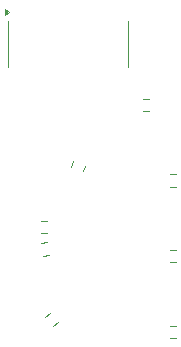
<source format=gbr>
G04 #@! TF.GenerationSoftware,KiCad,Pcbnew,8.0.3*
G04 #@! TF.CreationDate,2024-07-27T02:44:29-04:00*
G04 #@! TF.ProjectId,MEAP_Rev4,4d454150-5f52-4657-9634-2e6b69636164,rev?*
G04 #@! TF.SameCoordinates,Original*
G04 #@! TF.FileFunction,Legend,Bot*
G04 #@! TF.FilePolarity,Positive*
%FSLAX46Y46*%
G04 Gerber Fmt 4.6, Leading zero omitted, Abs format (unit mm)*
G04 Created by KiCad (PCBNEW 8.0.3) date 2024-07-27 02:44:29*
%MOMM*%
%LPD*%
G01*
G04 APERTURE LIST*
%ADD10C,0.120000*%
G04 APERTURE END LIST*
D10*
X52544722Y-40692502D02*
X52035275Y-40692497D01*
X52544725Y-39647503D02*
X52035278Y-39647498D01*
X43437775Y-49977500D02*
X43947223Y-49977500D01*
X43437775Y-51022500D02*
X43947223Y-51022500D01*
X43429779Y-51868124D02*
X43931487Y-51779660D01*
X43611241Y-52897248D02*
X44112949Y-52808784D01*
X54857220Y-47062501D02*
X54347772Y-47062496D01*
X54857224Y-46017502D02*
X54347776Y-46017497D01*
X43749998Y-58080019D02*
X44140259Y-57752553D01*
X44421711Y-58880535D02*
X44811972Y-58553069D01*
X54852224Y-53462503D02*
X54342776Y-53462498D01*
X54852228Y-52417504D02*
X54342780Y-52417499D01*
X40634997Y-33009998D02*
X40635002Y-34960000D01*
X40634998Y-36909998D02*
X40635002Y-34960000D01*
X50755002Y-33010002D02*
X50754998Y-34960000D01*
X50755003Y-36910002D02*
X50754998Y-34960000D01*
X40690000Y-32260001D02*
X40360000Y-32499999D01*
X40360001Y-32020001D01*
X40690000Y-32260001D01*
G36*
X40690000Y-32260001D02*
G01*
X40360000Y-32499999D01*
X40360001Y-32020001D01*
X40690000Y-32260001D01*
G37*
X54852224Y-59872503D02*
X54342777Y-59872498D01*
X54852227Y-58827504D02*
X54342780Y-58827499D01*
X47136015Y-45276810D02*
X46961776Y-45755536D01*
X46154036Y-44919400D02*
X45979797Y-45398126D01*
M02*

</source>
